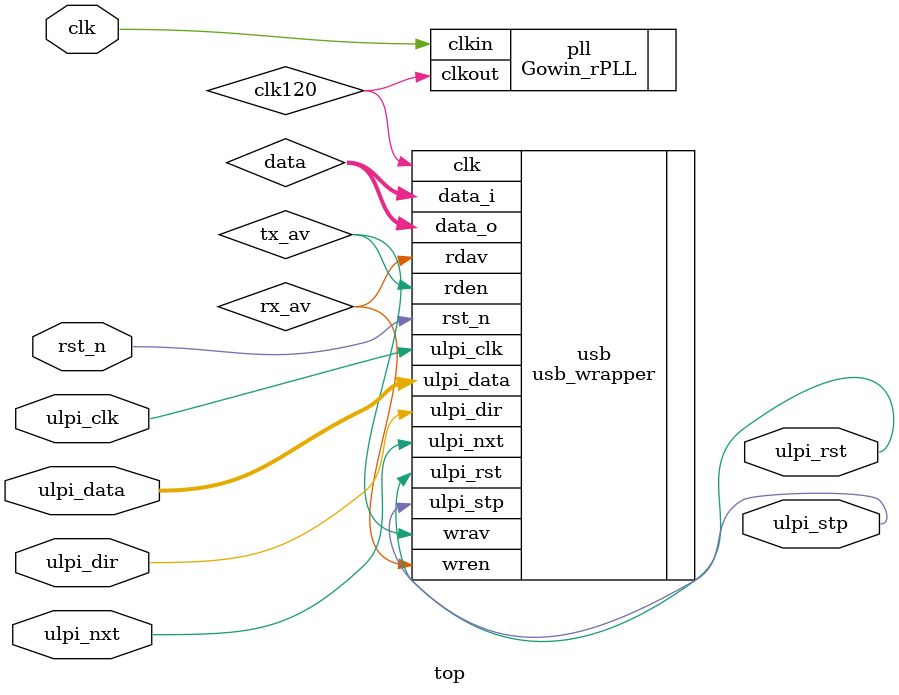
<source format=v>
module top(
    input  wire       rst_n,
    input   clk,
    output wire       ulpi_rst,
    input  wire       ulpi_clk,
    input  wire       ulpi_dir,
    input  wire       ulpi_nxt,
    output wire       ulpi_stp,
    inout  wire [7:0] ulpi_data
);

wire [7:0] data;
wire rx_av;
wire tx_av;
wire clk120;


Gowin_rPLL pll(
        .clkout(clk120), //output clkout
        .clkin(clk) //input clkin
    );

usb_wrapper usb(
    .rst_n(rst_n),
    .clk(clk120),

    .data_o(data),
    .rdav(rx_av),
    .rden(tx_av),

    .data_i(data),
    .wrav(tx_av),
    .wren(rx_av),

    .ulpi_rst(ulpi_rst),
    .ulpi_clk(ulpi_clk),
    .ulpi_dir(ulpi_dir),
    .ulpi_nxt(ulpi_nxt),
    .ulpi_stp(ulpi_stp),
    .ulpi_data(ulpi_data)
);

endmodule

</source>
